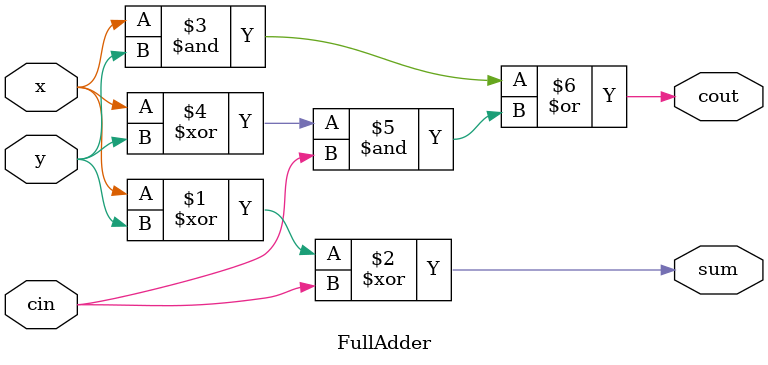
<source format=v>
`timescale 1ns / 1ps

    
module FullAdder(input x, y, cin, output sum, cout);
	assign sum = x ^ y ^ cin;
	assign cout = x & y | (x ^ y) & cin;
endmodule

</source>
